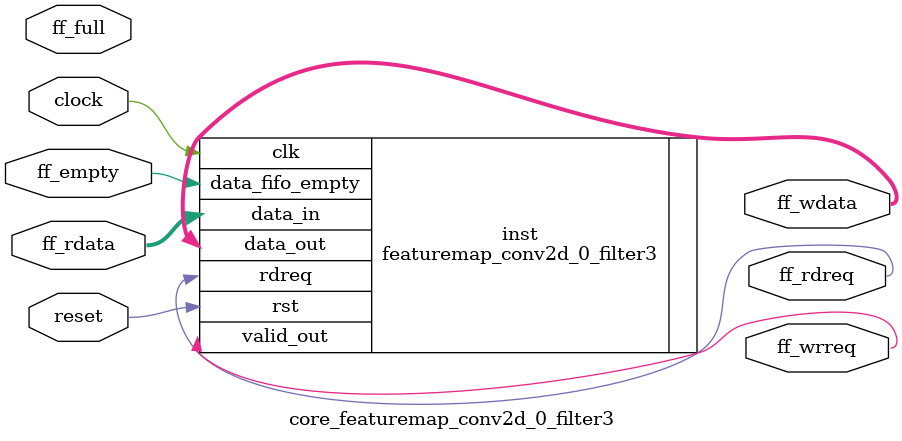
<source format=v>
module core_featuremap_conv2d_0_filter3 (
    clock,
    reset,
    // FIFO READ
    ff_rdata,
    ff_rdreq,
    ff_empty,
    // FIFO WRITE
    ff_wdata,
    ff_wrreq,
    ff_full
);
//
parameter  DWIDTH = 32;
//
input   clock;
input   reset;
// FIFO READ
input [DWIDTH*3-1:0] ff_rdata;
output               ff_rdreq;
input                ff_empty;
// FIFO WRITE
output [DWIDTH-1:0]   ff_wdata;
output                ff_wrreq;
input                 ff_full;
//

featuremap_conv2d_0_filter3 inst(
    .clk(clock),
    .rst(reset), 

    .data_in(ff_rdata),
    .data_fifo_empty(ff_empty),

    .data_out(ff_wdata),
    .valid_out(ff_wrreq),
    .rdreq(ff_rdreq)
);

endmodule
</source>
